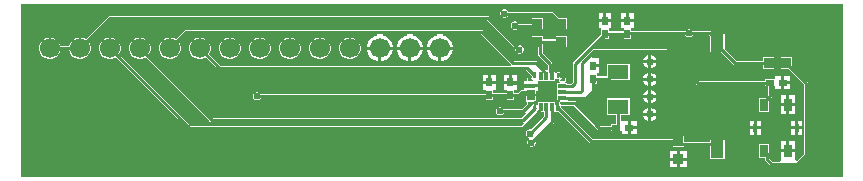
<source format=gtl>
G04*
G04 #@! TF.GenerationSoftware,Altium Limited,Altium Designer,23.9.2 (47)*
G04*
G04 Layer_Physical_Order=1*
G04 Layer_Color=255*
%FSLAX44Y44*%
%MOMM*%
G71*
G04*
G04 #@! TF.SameCoordinates,85ECA5C9-4B9F-4046-87AE-3E16AE89CDA1*
G04*
G04*
G04 #@! TF.FilePolarity,Positive*
G04*
G01*
G75*
%ADD11C,0.2540*%
%ADD12R,1.8000X1.3000*%
%ADD13O,0.2545X0.1494*%
%ADD14O,0.2546X0.1494*%
%ADD15O,0.1494X0.2550*%
%ADD16R,0.7000X0.3000*%
%ADD17O,0.1800X0.3000*%
%ADD18R,0.3000X0.7000*%
%ADD19R,0.3000X0.7000*%
%ADD20R,1.1000X1.5000*%
%ADD21R,0.4000X0.7000*%
%ADD22R,0.7000X1.1000*%
%ADD39R,0.8640X0.8065*%
%ADD40R,0.5400X0.7901*%
%ADD41R,0.7901X0.5400*%
%ADD42R,0.8065X0.8640*%
%ADD43C,1.7000*%
%ADD44C,0.6096*%
G36*
X1357317Y866543D02*
X660943D01*
Y1012917D01*
X1357317D01*
Y866543D01*
D02*
G37*
%LPC*%
G36*
X1179990Y1005081D02*
X1176020D01*
Y999861D01*
X1179990D01*
Y1005081D01*
D02*
G37*
G36*
X1160940D02*
X1156970D01*
Y999861D01*
X1160940D01*
Y1005081D01*
D02*
G37*
G36*
X1173480D02*
X1169510D01*
Y999861D01*
X1173480D01*
Y1005081D01*
D02*
G37*
G36*
X1154430D02*
X1150460D01*
Y999861D01*
X1154430D01*
Y1005081D01*
D02*
G37*
G36*
X1103378Y1000510D02*
X1093722D01*
Y996223D01*
X1082598D01*
X1082515Y996424D01*
X1081514Y997425D01*
X1080207Y997966D01*
X1078793D01*
X1077486Y997425D01*
X1076485Y996424D01*
X1075944Y995117D01*
Y993703D01*
X1076485Y992396D01*
X1077486Y991395D01*
X1078793Y990854D01*
X1080207D01*
X1081514Y991395D01*
X1082515Y992396D01*
X1082598Y992597D01*
X1093722D01*
Y991429D01*
X1103378D01*
Y1000510D01*
D02*
G37*
G36*
X1071317Y1008126D02*
X1069903D01*
X1068596Y1007585D01*
X1067595Y1006584D01*
X1067054Y1005277D01*
Y1003863D01*
X1067595Y1002556D01*
X1068596Y1001555D01*
X1069903Y1001014D01*
X1071317D01*
X1072624Y1001555D01*
X1073625Y1002556D01*
X1073708Y1002757D01*
X1109115D01*
X1113925Y997946D01*
Y991429D01*
X1123581D01*
Y1000510D01*
X1116489D01*
X1111147Y1005852D01*
X1110559Y1006245D01*
X1109865Y1006383D01*
X1073708D01*
X1073625Y1006584D01*
X1072624Y1007585D01*
X1071317Y1008126D01*
D02*
G37*
G36*
X1174750Y998591D02*
D01*
Y997321D01*
X1169510D01*
Y992100D01*
X1171542D01*
Y989502D01*
X1158908D01*
Y992100D01*
X1160940D01*
Y997321D01*
X1155700D01*
X1150460D01*
Y992100D01*
X1152492D01*
Y986717D01*
X1152326Y986684D01*
X1151738Y986291D01*
X1129018Y963571D01*
X1128625Y962983D01*
X1128487Y962289D01*
Y946901D01*
X1126928Y945342D01*
X1123184D01*
Y945537D01*
X1122060D01*
X1121925Y946760D01*
X1122112Y946842D01*
X1122301Y946921D01*
X1122304Y946927D01*
X1122310Y946930D01*
X1122310D01*
X1122384Y947120D01*
X1122462Y947309D01*
Y949772D01*
X1122383Y949964D01*
X1122303Y950160D01*
X1122302Y950160D01*
X1122301Y950161D01*
X1122107Y950241D01*
X1121914Y950322D01*
X1119057Y950332D01*
X1118873Y950257D01*
X1118788Y950226D01*
X1118504Y950370D01*
X1118016Y950856D01*
X1117870Y951143D01*
X1117900Y951227D01*
X1117976Y951411D01*
X1117966Y954276D01*
X1117884Y954471D01*
X1117805Y954662D01*
X1117804Y954663D01*
X1117803Y954664D01*
X1117609Y954743D01*
X1117416Y954824D01*
X1114953D01*
X1114764Y954745D01*
X1114577Y954673D01*
X1114573Y954671D01*
Y954671D01*
X1114570Y954665D01*
X1114564Y954662D01*
X1114486Y954473D01*
X1114403Y954286D01*
X1113185Y954432D01*
Y955538D01*
X1111733D01*
X1111269Y956002D01*
Y961914D01*
X1111131Y962607D01*
X1110738Y963195D01*
X1102903Y971031D01*
Y976362D01*
X1103378D01*
Y979090D01*
X1113925D01*
Y976362D01*
X1123581D01*
Y985443D01*
X1113925D01*
Y982715D01*
X1103378D01*
Y985443D01*
X1093722D01*
Y976362D01*
X1099277D01*
Y970280D01*
X1099415Y969586D01*
X1099808Y968998D01*
X1107644Y961163D01*
Y957558D01*
X1106374Y956436D01*
X1106130Y956460D01*
X1105737Y957048D01*
X1098844Y963942D01*
X1098255Y964335D01*
X1097562Y964473D01*
X1078981D01*
X1052842Y990612D01*
X1052254Y991005D01*
X1051560Y991143D01*
X801370D01*
X800676Y991005D01*
X800088Y990612D01*
X792369Y982893D01*
X790877Y983755D01*
X788586Y984369D01*
X786214D01*
X783923Y983755D01*
X781869Y982569D01*
X780192Y980892D01*
X779006Y978838D01*
X778392Y976547D01*
Y974175D01*
X779006Y971884D01*
X780192Y969830D01*
X781869Y968153D01*
X783923Y966967D01*
X786214Y966353D01*
X788586D01*
X790877Y966967D01*
X792931Y968153D01*
X794608Y969830D01*
X795794Y971884D01*
X796408Y974175D01*
Y976547D01*
X795794Y978838D01*
X794933Y980329D01*
X802121Y987517D01*
X963006D01*
X963173Y986247D01*
X960939Y985648D01*
X958421Y984195D01*
X956366Y982140D01*
X954912Y979622D01*
X954160Y976814D01*
Y976631D01*
X976240D01*
Y976814D01*
X975488Y979622D01*
X974034Y982140D01*
X971979Y984195D01*
X969461Y985648D01*
X967227Y986247D01*
X967394Y987517D01*
X988406D01*
X988573Y986247D01*
X986339Y985648D01*
X983821Y984195D01*
X981766Y982140D01*
X980312Y979622D01*
X979560Y976814D01*
Y976631D01*
X1001640D01*
Y976814D01*
X1000888Y979622D01*
X999434Y982140D01*
X997379Y984195D01*
X994861Y985648D01*
X992627Y986247D01*
X992794Y987517D01*
X1013806D01*
X1013973Y986247D01*
X1011739Y985648D01*
X1009221Y984195D01*
X1007166Y982140D01*
X1005712Y979622D01*
X1004960Y976814D01*
Y976631D01*
X1027040D01*
Y976814D01*
X1026288Y979622D01*
X1024834Y982140D01*
X1022779Y984195D01*
X1020261Y985648D01*
X1018027Y986247D01*
X1018194Y987517D01*
X1050809D01*
X1076394Y961933D01*
X1075867Y960663D01*
X830062D01*
X820333Y970392D01*
X821194Y971884D01*
X821808Y974175D01*
Y976547D01*
X821194Y978838D01*
X820008Y980892D01*
X818331Y982569D01*
X816277Y983755D01*
X813986Y984369D01*
X811614D01*
X809323Y983755D01*
X807269Y982569D01*
X805592Y980892D01*
X804406Y978838D01*
X803792Y976547D01*
Y974175D01*
X804406Y971884D01*
X805592Y969830D01*
X807269Y968153D01*
X809323Y966967D01*
X811614Y966353D01*
X813986D01*
X816277Y966967D01*
X817769Y967828D01*
X828029Y957568D01*
X828617Y957175D01*
X829311Y957037D01*
X1088966D01*
X1094127Y951876D01*
Y951361D01*
X1093984Y951104D01*
X1093689Y950754D01*
X1093251Y950402D01*
X1093091Y950315D01*
X1090462Y950305D01*
X1090270Y950225D01*
X1090075Y950144D01*
X1090074Y950143D01*
X1090073Y950143D01*
X1089995Y949950D01*
X1089914Y949755D01*
Y947569D01*
X1087136D01*
Y944799D01*
X1099216D01*
Y946318D01*
X1099216Y947522D01*
X1100420Y947522D01*
X1103185D01*
X1103185Y947522D01*
X1104171D01*
Y947522D01*
X1104455Y947522D01*
X1108186D01*
X1108186Y947522D01*
X1109169D01*
Y947522D01*
X1109456Y947522D01*
X1113185D01*
Y949856D01*
X1114386Y950024D01*
X1114547Y949635D01*
X1114936Y949474D01*
X1116167D01*
X1116180Y949480D01*
X1116194Y949475D01*
X1116727Y949084D01*
X1117121Y948550D01*
X1117126Y948537D01*
X1117120Y948524D01*
Y947292D01*
X1117281Y946903D01*
X1117670Y946742D01*
X1117514Y945537D01*
X1115168D01*
Y941808D01*
X1115168Y941521D01*
Y940538D01*
X1115168Y940251D01*
Y936522D01*
X1115168D01*
Y935537D01*
X1115168D01*
Y931521D01*
X1117452D01*
X1117680Y930345D01*
X1117291Y930184D01*
X1117130Y929795D01*
Y928685D01*
X1117130Y928684D01*
X1116836Y928186D01*
X1116522Y927812D01*
X1116283Y927624D01*
X1116200Y927580D01*
X1114678D01*
X1114455Y927488D01*
X1113186Y927975D01*
X1113185Y927975D01*
Y929538D01*
X1109456D01*
X1109169Y929539D01*
X1108186D01*
X1107899Y929538D01*
X1104455D01*
X1104171Y929539D01*
X1103185D01*
X1102901Y929538D01*
X1099169D01*
Y927976D01*
X1099169Y927976D01*
X1097899Y927489D01*
X1097678Y927580D01*
X1096173D01*
X1096083Y927625D01*
X1095856Y927791D01*
X1095530Y928151D01*
X1095210Y928675D01*
X1095209Y928679D01*
Y929751D01*
X1095209Y929765D01*
X1095840Y931021D01*
X1097055D01*
Y935037D01*
X1089039D01*
Y931021D01*
X1089235D01*
X1089866Y929765D01*
X1089867Y929751D01*
Y928033D01*
X1085666Y923833D01*
X1069898D01*
X1069815Y924034D01*
X1068814Y925035D01*
X1067507Y925576D01*
X1066093D01*
X1064786Y925035D01*
X1063785Y924034D01*
X1063244Y922727D01*
Y921313D01*
X1063785Y920006D01*
X1064786Y919005D01*
X1066093Y918464D01*
X1067507D01*
X1068814Y919005D01*
X1069815Y920006D01*
X1069898Y920207D01*
X1086417D01*
X1087111Y920345D01*
X1087699Y920738D01*
X1091966Y925005D01*
X1093352Y924595D01*
X1093409Y924326D01*
X1085295Y916213D01*
X823712D01*
X769533Y970392D01*
X770394Y971884D01*
X771008Y974175D01*
Y976547D01*
X770394Y978838D01*
X769208Y980892D01*
X767531Y982569D01*
X765477Y983755D01*
X763186Y984369D01*
X760814D01*
X758523Y983755D01*
X756469Y982569D01*
X754792Y980892D01*
X753606Y978838D01*
X752992Y976547D01*
Y974175D01*
X753606Y971884D01*
X754792Y969830D01*
X756469Y968153D01*
X758523Y966967D01*
X760814Y966353D01*
X763186D01*
X765477Y966967D01*
X766969Y967828D01*
X821679Y913118D01*
X822267Y912725D01*
X822961Y912587D01*
X1086046D01*
X1086475Y912672D01*
X1087139Y911817D01*
X1087224Y911625D01*
X1085461Y909863D01*
X804662D01*
X744133Y970392D01*
X744994Y971884D01*
X745608Y974175D01*
Y976547D01*
X744994Y978838D01*
X743808Y980892D01*
X742131Y982569D01*
X740077Y983755D01*
X737786Y984369D01*
X735414D01*
X733123Y983755D01*
X731069Y982569D01*
X729392Y980892D01*
X728206Y978838D01*
X727592Y976547D01*
Y974175D01*
X728206Y971884D01*
X729392Y969830D01*
X731069Y968153D01*
X733123Y966967D01*
X735414Y966353D01*
X737786D01*
X740077Y966967D01*
X741569Y967828D01*
X802629Y906768D01*
X803217Y906375D01*
X803911Y906237D01*
X1086212D01*
X1086906Y906375D01*
X1087494Y906768D01*
X1102229Y921503D01*
X1102242Y921523D01*
X1103185Y921523D01*
X1104366Y921307D01*
Y917700D01*
X1093109Y906442D01*
X1092907Y906526D01*
X1091493D01*
X1090186Y905985D01*
X1089185Y904984D01*
X1088644Y903677D01*
Y902263D01*
X1089185Y900956D01*
X1090186Y899955D01*
X1091081Y899584D01*
X1091258Y899009D01*
X1091325Y898313D01*
X1091311Y898219D01*
X1090455Y897364D01*
X1089914Y896057D01*
Y894643D01*
X1090455Y893336D01*
X1091456Y892335D01*
X1092763Y891794D01*
X1094177D01*
X1095484Y892335D01*
X1096485Y893336D01*
X1097026Y894643D01*
Y896057D01*
X1096943Y896259D01*
X1112459Y911776D01*
X1112852Y912364D01*
X1112990Y913057D01*
Y921328D01*
X1113185Y921523D01*
X1114455Y921572D01*
X1114678Y921480D01*
X1116802D01*
X1143030Y895252D01*
X1143618Y894859D01*
X1144312Y894721D01*
X1213102D01*
Y891993D01*
X1222758D01*
Y892267D01*
X1244942D01*
Y881712D01*
X1256958D01*
Y897728D01*
X1244942D01*
Y895893D01*
X1222758D01*
Y901074D01*
X1213102D01*
Y898346D01*
X1145063D01*
X1118228Y925182D01*
Y925776D01*
X1118273Y925875D01*
X1118280Y925886D01*
X1118676Y926323D01*
X1119081Y926656D01*
X1119260Y926756D01*
X1119313Y926756D01*
X1119425Y926734D01*
X1129373D01*
X1149338Y906768D01*
X1149926Y906375D01*
X1150620Y906237D01*
X1161031D01*
Y904842D01*
X1169900D01*
Y902810D01*
X1175121D01*
Y908050D01*
Y913290D01*
X1169900D01*
X1168943Y914044D01*
Y918822D01*
X1176638D01*
Y932838D01*
X1157622D01*
Y918822D01*
X1165317D01*
Y911258D01*
X1161031D01*
Y909863D01*
X1151371D01*
X1131405Y929828D01*
X1130817Y930221D01*
X1130124Y930359D01*
X1124983D01*
X1124372Y931629D01*
X1124442Y931716D01*
X1139269D01*
X1139963Y931854D01*
X1140551Y932247D01*
X1146822Y938518D01*
X1147215Y939106D01*
X1147353Y939800D01*
Y945131D01*
X1148748D01*
Y947776D01*
X1159230D01*
X1159924Y947914D01*
X1160024Y947981D01*
X1176638D01*
Y961997D01*
X1157622D01*
Y951402D01*
X1148748D01*
Y954000D01*
X1150780D01*
Y959221D01*
X1145540D01*
Y961761D01*
X1150780D01*
Y966981D01*
X1145194D01*
X1144708Y968155D01*
X1147561Y971007D01*
X1207019D01*
X1233158Y944868D01*
X1233746Y944475D01*
X1234440Y944337D01*
X1290941D01*
Y942942D01*
X1293587D01*
Y935221D01*
X1291924Y933558D01*
X1286472D01*
Y921542D01*
X1294487D01*
Y930994D01*
X1296682Y933188D01*
X1297075Y933776D01*
X1297213Y934470D01*
Y942942D01*
X1299811D01*
Y940910D01*
X1305032D01*
Y946150D01*
Y951390D01*
X1299811D01*
Y949358D01*
X1290941D01*
Y947963D01*
X1235191D01*
X1209052Y974102D01*
X1208464Y974495D01*
X1207770Y974633D01*
X1147003D01*
X1146665Y975093D01*
X1146426Y975851D01*
X1153770Y983196D01*
X1154270D01*
X1154445Y983231D01*
X1158908D01*
Y985876D01*
X1171542D01*
Y983231D01*
X1177958D01*
Y986247D01*
X1223722D01*
X1223805Y986046D01*
X1224806Y985045D01*
X1226113Y984504D01*
X1227527D01*
X1228834Y985045D01*
X1229835Y986046D01*
X1229918Y986247D01*
X1243859D01*
X1244942Y985164D01*
Y971712D01*
X1254394D01*
X1264728Y961378D01*
X1265316Y960985D01*
X1266010Y960847D01*
X1289676D01*
Y957832D01*
X1298757D01*
Y967488D01*
X1289676D01*
Y964473D01*
X1266761D01*
X1256958Y974276D01*
Y987728D01*
X1247506D01*
X1245892Y989342D01*
X1245304Y989735D01*
X1244610Y989873D01*
X1229918D01*
X1229835Y990074D01*
X1228834Y991075D01*
X1227527Y991616D01*
X1226113D01*
X1224806Y991075D01*
X1223805Y990074D01*
X1223722Y989873D01*
X1177958D01*
Y992100D01*
X1179990D01*
Y997321D01*
X1174750D01*
Y998591D01*
D02*
G37*
G36*
X1056640Y1002573D02*
X736599D01*
X735906Y1002435D01*
X735317Y1002042D01*
X716169Y982893D01*
X714677Y983755D01*
X712386Y984369D01*
X710014D01*
X707723Y983755D01*
X705669Y982569D01*
X703992Y980892D01*
X702806Y978838D01*
X702360Y977174D01*
X694640D01*
X694194Y978838D01*
X693008Y980892D01*
X691331Y982569D01*
X689277Y983755D01*
X686986Y984369D01*
X684614D01*
X682323Y983755D01*
X680269Y982569D01*
X678592Y980892D01*
X677406Y978838D01*
X676792Y976547D01*
Y974175D01*
X677406Y971884D01*
X678592Y969830D01*
X680269Y968153D01*
X682323Y966967D01*
X684614Y966353D01*
X686986D01*
X689277Y966967D01*
X691331Y968153D01*
X693008Y969830D01*
X694194Y971884D01*
X694640Y973548D01*
X702360D01*
X702806Y971884D01*
X703992Y969830D01*
X705669Y968153D01*
X707723Y966967D01*
X710014Y966353D01*
X712386D01*
X714677Y966967D01*
X716731Y968153D01*
X718408Y969830D01*
X719594Y971884D01*
X720208Y974175D01*
Y976547D01*
X719594Y978838D01*
X718733Y980330D01*
X737350Y998947D01*
X1055889D01*
X1079837Y974999D01*
X1079754Y974797D01*
Y973383D01*
X1080295Y972076D01*
X1081296Y971075D01*
X1082603Y970534D01*
X1084017D01*
X1085324Y971075D01*
X1086325Y972076D01*
X1086866Y973383D01*
Y974797D01*
X1086325Y976104D01*
X1085324Y977105D01*
X1084017Y977646D01*
X1082603D01*
X1082401Y977562D01*
X1057922Y1002042D01*
X1057334Y1002435D01*
X1056640Y1002573D01*
D02*
G37*
G36*
X940986Y984369D02*
X938614D01*
X936323Y983755D01*
X934269Y982569D01*
X932592Y980892D01*
X931406Y978838D01*
X930792Y976547D01*
Y974175D01*
X931406Y971884D01*
X932592Y969830D01*
X934269Y968153D01*
X936323Y966967D01*
X938614Y966353D01*
X940986D01*
X943277Y966967D01*
X945331Y968153D01*
X947008Y969830D01*
X948194Y971884D01*
X948808Y974175D01*
Y976547D01*
X948194Y978838D01*
X947008Y980892D01*
X945331Y982569D01*
X943277Y983755D01*
X940986Y984369D01*
D02*
G37*
G36*
X915586D02*
X913214D01*
X910923Y983755D01*
X908869Y982569D01*
X907192Y980892D01*
X906006Y978838D01*
X905392Y976547D01*
Y974175D01*
X906006Y971884D01*
X907192Y969830D01*
X908869Y968153D01*
X910923Y966967D01*
X913214Y966353D01*
X915586D01*
X917877Y966967D01*
X919931Y968153D01*
X921608Y969830D01*
X922794Y971884D01*
X923408Y974175D01*
Y976547D01*
X922794Y978838D01*
X921608Y980892D01*
X919931Y982569D01*
X917877Y983755D01*
X915586Y984369D01*
D02*
G37*
G36*
X890186D02*
X887814D01*
X885523Y983755D01*
X883469Y982569D01*
X881792Y980892D01*
X880606Y978838D01*
X879992Y976547D01*
Y974175D01*
X880606Y971884D01*
X881792Y969830D01*
X883469Y968153D01*
X885523Y966967D01*
X887814Y966353D01*
X890186D01*
X892477Y966967D01*
X894531Y968153D01*
X896208Y969830D01*
X897394Y971884D01*
X898008Y974175D01*
Y976547D01*
X897394Y978838D01*
X896208Y980892D01*
X894531Y982569D01*
X892477Y983755D01*
X890186Y984369D01*
D02*
G37*
G36*
X864786D02*
X862414D01*
X860123Y983755D01*
X858069Y982569D01*
X856392Y980892D01*
X855206Y978838D01*
X854592Y976547D01*
Y974175D01*
X855206Y971884D01*
X856392Y969830D01*
X858069Y968153D01*
X860123Y966967D01*
X862414Y966353D01*
X864786D01*
X867077Y966967D01*
X869131Y968153D01*
X870808Y969830D01*
X871994Y971884D01*
X872608Y974175D01*
Y976547D01*
X871994Y978838D01*
X870808Y980892D01*
X869131Y982569D01*
X867077Y983755D01*
X864786Y984369D01*
D02*
G37*
G36*
X839386D02*
X837014D01*
X834723Y983755D01*
X832669Y982569D01*
X830992Y980892D01*
X829806Y978838D01*
X829192Y976547D01*
Y974175D01*
X829806Y971884D01*
X830992Y969830D01*
X832669Y968153D01*
X834723Y966967D01*
X837014Y966353D01*
X839386D01*
X841677Y966967D01*
X843731Y968153D01*
X845408Y969830D01*
X846594Y971884D01*
X847208Y974175D01*
Y976547D01*
X846594Y978838D01*
X845408Y980892D01*
X843731Y982569D01*
X841677Y983755D01*
X839386Y984369D01*
D02*
G37*
G36*
X1195070Y969452D02*
Y965200D01*
X1199322D01*
X1198537Y967095D01*
X1196965Y968667D01*
X1195070Y969452D01*
D02*
G37*
G36*
X1192530D02*
X1190635Y968667D01*
X1189063Y967095D01*
X1188278Y965200D01*
X1192530D01*
Y969452D01*
D02*
G37*
G36*
X1027040Y974091D02*
X1017270D01*
Y964321D01*
X1017453D01*
X1020261Y965073D01*
X1022779Y966527D01*
X1024834Y968582D01*
X1026288Y971099D01*
X1027040Y973907D01*
Y974091D01*
D02*
G37*
G36*
X1014730D02*
X1004960D01*
Y973907D01*
X1005712Y971099D01*
X1007166Y968582D01*
X1009221Y966527D01*
X1011739Y965073D01*
X1014547Y964321D01*
X1014730D01*
Y974091D01*
D02*
G37*
G36*
X1001640D02*
X991870D01*
Y964321D01*
X992053D01*
X994861Y965073D01*
X997379Y966527D01*
X999434Y968582D01*
X1000888Y971099D01*
X1001640Y973907D01*
Y974091D01*
D02*
G37*
G36*
X989330D02*
X979560D01*
Y973907D01*
X980312Y971099D01*
X981766Y968582D01*
X983821Y966527D01*
X986339Y965073D01*
X989147Y964321D01*
X989330D01*
Y974091D01*
D02*
G37*
G36*
X976240D02*
X966470D01*
Y964321D01*
X966653D01*
X969461Y965073D01*
X971979Y966527D01*
X974034Y968582D01*
X975488Y971099D01*
X976240Y973907D01*
Y974091D01*
D02*
G37*
G36*
X963930D02*
X954160D01*
Y973907D01*
X954912Y971099D01*
X956366Y968582D01*
X958421Y966527D01*
X960939Y965073D01*
X963747Y964321D01*
X963930D01*
Y974091D01*
D02*
G37*
G36*
X1199322Y962660D02*
X1195070D01*
Y958408D01*
X1196965Y959193D01*
X1198537Y960765D01*
X1199322Y962660D01*
D02*
G37*
G36*
X1192530D02*
X1188278D01*
X1189063Y960765D01*
X1190635Y959193D01*
X1192530Y958408D01*
Y962660D01*
D02*
G37*
G36*
X1195070Y954636D02*
Y950383D01*
X1199322D01*
X1198537Y952279D01*
X1196965Y953851D01*
X1195070Y954636D01*
D02*
G37*
G36*
X1192530D02*
X1190635Y953851D01*
X1189063Y952279D01*
X1188278Y950383D01*
X1192530D01*
Y954636D01*
D02*
G37*
G36*
X1080930Y953011D02*
X1076960D01*
Y947791D01*
X1080930D01*
Y953011D01*
D02*
G37*
G36*
X1063150D02*
X1059180D01*
Y947791D01*
X1063150D01*
Y953011D01*
D02*
G37*
G36*
X1074420D02*
X1070450D01*
Y947791D01*
X1074420D01*
Y953011D01*
D02*
G37*
G36*
X1056640D02*
X1052670D01*
Y947791D01*
X1056640D01*
Y953011D01*
D02*
G37*
G36*
X1312792Y951390D02*
X1307572D01*
Y947420D01*
X1312792D01*
Y951390D01*
D02*
G37*
G36*
X1199322Y947843D02*
X1195070D01*
Y943591D01*
X1196965Y944376D01*
X1198537Y945948D01*
X1199322Y947843D01*
D02*
G37*
G36*
X1192530D02*
X1188278D01*
X1189063Y945948D01*
X1190635Y944376D01*
X1192530Y943591D01*
Y947843D01*
D02*
G37*
G36*
X1312792Y944880D02*
X1307572D01*
Y940910D01*
X1312792D01*
Y944880D01*
D02*
G37*
G36*
X1080930Y945251D02*
X1075690D01*
X1070450D01*
Y940030D01*
X1072482D01*
Y937432D01*
X1061118D01*
Y940030D01*
X1063150D01*
Y945251D01*
X1057910D01*
X1052670D01*
Y940030D01*
X1054702D01*
Y936533D01*
X864158D01*
X864075Y936734D01*
X863074Y937735D01*
X861767Y938276D01*
X860353D01*
X859046Y937735D01*
X858045Y936734D01*
X857504Y935427D01*
Y934013D01*
X858045Y932706D01*
X859046Y931705D01*
X860353Y931164D01*
X861767D01*
X863074Y931705D01*
X864075Y932706D01*
X864158Y932907D01*
X1054702D01*
Y931161D01*
X1061118D01*
Y933806D01*
X1072482D01*
Y931161D01*
X1078898D01*
Y933806D01*
X1082693D01*
X1083386Y933944D01*
X1083975Y934337D01*
X1086355Y936717D01*
X1089168D01*
Y936522D01*
X1097184D01*
Y939489D01*
X1099216D01*
Y942259D01*
X1087136D01*
Y940343D01*
X1085604D01*
X1084910Y940205D01*
X1084322Y939812D01*
X1081942Y937432D01*
X1078898D01*
Y940030D01*
X1080930D01*
Y945251D01*
D02*
G37*
G36*
X1195070Y939819D02*
Y935567D01*
X1199322D01*
X1198537Y937462D01*
X1196965Y939034D01*
X1195070Y939819D01*
D02*
G37*
G36*
X1192530D02*
X1190635Y939034D01*
X1189063Y937462D01*
X1188278Y935567D01*
X1192530D01*
Y939819D01*
D02*
G37*
G36*
X1316519Y935590D02*
X1311750D01*
Y928820D01*
X1316519D01*
Y935590D01*
D02*
G37*
G36*
X1309209D02*
X1304440D01*
Y928820D01*
X1309209D01*
Y935590D01*
D02*
G37*
G36*
X1199322Y933027D02*
X1195070D01*
Y928774D01*
X1196965Y929559D01*
X1198537Y931131D01*
X1199322Y933027D01*
D02*
G37*
G36*
X1192530D02*
X1188278D01*
X1189063Y931131D01*
X1190635Y929559D01*
X1192530Y928774D01*
Y933027D01*
D02*
G37*
G36*
X1195070Y925002D02*
Y920750D01*
X1199322D01*
X1198537Y922645D01*
X1196965Y924217D01*
X1195070Y925002D01*
D02*
G37*
G36*
X1192530D02*
X1190635Y924217D01*
X1189063Y922645D01*
X1188278Y920750D01*
X1192530D01*
Y925002D01*
D02*
G37*
G36*
X1316519Y926280D02*
X1311750D01*
Y919510D01*
X1316519D01*
Y926280D01*
D02*
G37*
G36*
X1309209D02*
X1304440D01*
Y919510D01*
X1309209D01*
Y926280D01*
D02*
G37*
G36*
X1199322Y918210D02*
X1195070D01*
Y913958D01*
X1196965Y914743D01*
X1198537Y916315D01*
X1199322Y918210D01*
D02*
G37*
G36*
X1192530D02*
X1188278D01*
X1189063Y916315D01*
X1190635Y914743D01*
X1192530Y913958D01*
Y918210D01*
D02*
G37*
G36*
X1177661Y913290D02*
Y909320D01*
X1182881D01*
Y913290D01*
X1177661D01*
D02*
G37*
G36*
X1322570Y914090D02*
X1319300D01*
Y909320D01*
X1322570D01*
Y914090D01*
D02*
G37*
G36*
X1316760D02*
X1313490D01*
Y909320D01*
X1316760D01*
Y914090D01*
D02*
G37*
G36*
X1287469D02*
X1284199D01*
Y909320D01*
X1287469D01*
Y914090D01*
D02*
G37*
G36*
X1281659D02*
X1278389D01*
Y909320D01*
X1281659D01*
Y914090D01*
D02*
G37*
G36*
X1182881Y906780D02*
X1177661D01*
Y902810D01*
X1182881D01*
Y906780D01*
D02*
G37*
G36*
X1322570D02*
X1319300D01*
Y902010D01*
X1322570D01*
Y906780D01*
D02*
G37*
G36*
X1316760D02*
X1313490D01*
Y902010D01*
X1316760D01*
Y906780D01*
D02*
G37*
G36*
X1287469Y906780D02*
X1284199D01*
Y902010D01*
X1287469D01*
Y906780D01*
D02*
G37*
G36*
X1281659D02*
X1278389D01*
Y902010D01*
X1281659D01*
Y906780D01*
D02*
G37*
G36*
X1316519Y896590D02*
X1311750D01*
Y889820D01*
X1316519D01*
Y896590D01*
D02*
G37*
G36*
X1309209D02*
X1304440D01*
Y889820D01*
X1309209D01*
Y896590D01*
D02*
G37*
G36*
X1224790Y888039D02*
X1219200D01*
Y882736D01*
X1224790D01*
Y888039D01*
D02*
G37*
G36*
X1216660D02*
X1211070D01*
Y882736D01*
X1216660D01*
Y888039D01*
D02*
G37*
G36*
X1313824Y967488D02*
X1304743D01*
Y957832D01*
X1311260D01*
X1324067Y945025D01*
Y885941D01*
X1318032Y879905D01*
X1316599Y880251D01*
X1316519Y880510D01*
X1316519Y880653D01*
Y887280D01*
X1310479D01*
X1304440D01*
Y880653D01*
X1304440Y880510D01*
X1304096Y879383D01*
X1297421D01*
X1294522Y882281D01*
Y886320D01*
X1294487Y886496D01*
Y894558D01*
X1286472D01*
Y882542D01*
X1290897D01*
Y881531D01*
X1291035Y880837D01*
X1291428Y880249D01*
X1295388Y876288D01*
X1295976Y875895D01*
X1296670Y875757D01*
X1318260D01*
X1318954Y875895D01*
X1319542Y876288D01*
X1327162Y883908D01*
X1327555Y884496D01*
X1327693Y885190D01*
Y945776D01*
X1327555Y946470D01*
X1327162Y947058D01*
X1313824Y960396D01*
Y967488D01*
D02*
G37*
G36*
X1224790Y880196D02*
X1219200D01*
Y874894D01*
X1224790D01*
Y880196D01*
D02*
G37*
G36*
X1216660D02*
X1211070D01*
Y874894D01*
X1216660D01*
Y880196D01*
D02*
G37*
%LPD*%
G36*
X1097677Y950030D02*
X1095877D01*
X1094677Y951130D01*
Y955031D01*
X1097677D01*
Y950030D01*
D02*
G37*
G36*
X1117426Y951409D02*
X1116167Y950024D01*
X1114936D01*
Y953491D01*
X1114953Y954274D01*
X1117416D01*
X1117426Y951409D01*
D02*
G37*
G36*
X1121912Y949772D02*
Y947309D01*
X1121137Y947292D01*
X1117670D01*
Y948524D01*
X1119055Y949782D01*
X1121912Y949772D01*
D02*
G37*
G36*
X1094706Y948507D02*
Y947275D01*
X1091239D01*
X1090464Y947293D01*
Y949755D01*
X1093321Y949766D01*
X1094706Y948507D01*
D02*
G37*
G36*
X1121922Y929778D02*
Y927315D01*
X1119065Y927305D01*
X1117680Y928564D01*
Y929795D01*
X1121147D01*
X1121922Y929778D01*
D02*
G37*
G36*
X1094659Y928533D02*
X1093274Y927274D01*
X1090416Y927285D01*
Y929765D01*
X1094659D01*
Y928533D01*
D02*
G37*
G36*
X1097678Y922030D02*
X1094678D01*
Y925931D01*
X1095878Y927031D01*
X1097678D01*
Y922030D01*
D02*
G37*
G36*
X1117678Y925930D02*
Y922030D01*
X1114678D01*
Y927030D01*
X1116478D01*
X1117678Y925930D01*
D02*
G37*
D11*
X1244610Y988060D02*
X1250950Y981720D01*
X1175121Y988060D02*
X1226820D01*
X1244610D01*
X1250950Y977720D02*
Y981720D01*
Y977720D02*
X1266010Y962660D01*
X1154270Y985009D02*
X1155700Y986439D01*
X1130300Y962289D02*
X1153019Y985009D01*
X1155700Y986439D02*
Y987689D01*
X1130300Y946150D02*
Y962289D01*
X1153019Y985009D02*
X1154270D01*
X1136650Y962660D02*
X1146810Y972820D01*
X1207770D01*
X1136650Y940018D02*
Y962660D01*
X1155700Y987689D02*
X1174750D01*
X1079500Y994410D02*
X1096990D01*
X1098550Y995970D01*
X1056640Y1000760D02*
X1083310Y974090D01*
X711200Y975361D02*
X736599Y1000760D01*
X1056640D01*
X711200Y975360D02*
Y975361D01*
X1174750Y987689D02*
X1175121Y988060D01*
X861060Y934720D02*
X1057011D01*
X1057910Y935619D01*
X685800Y975360D02*
X685801Y975361D01*
X711199D01*
X1070610Y1004570D02*
X1109865D01*
X1118466Y995970D02*
X1118753D01*
X1109865Y1004570D02*
X1118466Y995970D01*
X1082838Y946150D02*
X1085459Y943529D01*
X1076061Y946150D02*
X1082838D01*
X1075690Y946521D02*
X1076061Y946150D01*
X1085459Y943529D02*
X1093176D01*
X1085604Y938530D02*
X1093176D01*
X1075690Y935619D02*
X1082693D01*
X1085604Y938530D01*
X1057910Y935619D02*
X1075690D01*
X812801Y975360D02*
X829311Y958850D01*
X1089717D02*
X1095806Y952761D01*
X829311Y958850D02*
X1089717D01*
X1066800Y922020D02*
X1086417D01*
X1318260Y877570D02*
X1325880Y885190D01*
X1309284Y962372D02*
X1325880Y945776D01*
Y885190D02*
Y945776D01*
X1296670Y877570D02*
X1318260D01*
X1292710Y881531D02*
X1296670Y877570D01*
X1290479Y888550D02*
X1292710Y886320D01*
Y881531D02*
Y886320D01*
X1309284Y962372D02*
Y962660D01*
X1250950Y889720D02*
Y889850D01*
X1217930Y896534D02*
X1220384Y894080D01*
X1246720D01*
X1250950Y889850D01*
X1116316Y924530D02*
X1144312Y896534D01*
X1116176Y924530D02*
X1116316D01*
X1144312Y896534D02*
X1217930D01*
X1266010Y962660D02*
X1294216D01*
X1092915Y927997D02*
X1092917Y928000D01*
X1092394Y927997D02*
X1092915D01*
X1092917Y928000D02*
Y928520D01*
X1086417Y922020D02*
X1092394Y927997D01*
X762001Y975360D02*
X822961Y914400D01*
X1086046D02*
X1096176Y924530D01*
X822961Y914400D02*
X1086046D01*
X762000Y975360D02*
X762001D01*
X736601D02*
X803911Y908050D01*
X736600Y975360D02*
X736601D01*
X803911Y908050D02*
X1086212D01*
X1100947Y922785D01*
X1092200Y902970D02*
X1106179Y916949D01*
Y925530D01*
X1093470Y895350D02*
X1111177Y913057D01*
Y925530D01*
X1290479Y927550D02*
Y929550D01*
X1295400Y934470D02*
Y946150D01*
X1290479Y929550D02*
X1295400Y934470D01*
X1119176Y938530D02*
X1135162D01*
X1136650Y940018D01*
X1139269Y933529D02*
X1145540Y939800D01*
X1207770Y972820D02*
X1234440Y946150D01*
X1295400D01*
X1119176Y943529D02*
X1127679D01*
X1119176Y933529D02*
X1139269D01*
X1145540Y939800D02*
Y949589D01*
X1127679Y943529D02*
X1130300Y946150D01*
X1150620Y908050D02*
X1165489D01*
X1119425Y928547D02*
X1130124D01*
X1150620Y908050D01*
X1119422Y928549D02*
Y928551D01*
Y928549D02*
X1119425Y928547D01*
X1165700Y908050D02*
X1167130Y909480D01*
X1165489Y908050D02*
X1165700D01*
X1167130Y909480D02*
Y925830D01*
X1164630Y954989D02*
X1167130D01*
X1145540Y949589D02*
X1159230D01*
X1164630Y954989D01*
X1098550Y980902D02*
X1118753D01*
X1098550D02*
X1101090Y978363D01*
Y970280D02*
Y978363D01*
Y970280D02*
X1109456Y961914D01*
Y955251D02*
Y961914D01*
X1111177Y951530D02*
Y953530D01*
X1109456Y955251D02*
X1111177Y953530D01*
X801370Y989330D02*
X1051560D01*
X1100947Y925301D02*
X1101177Y925530D01*
X1100947Y922785D02*
Y925301D01*
X1106179Y951530D02*
Y953530D01*
X1104455Y955254D02*
X1106179Y953530D01*
X1104455Y955254D02*
Y955766D01*
X1078230Y962660D02*
X1097562D01*
X1104455Y955766D01*
X1051560Y989330D02*
X1078230Y962660D01*
X787400Y975360D02*
X801370Y989330D01*
X812800Y975360D02*
X812801D01*
D12*
X1167130Y954989D02*
D03*
Y925830D02*
D03*
D13*
X1119422Y928551D02*
D03*
X1092963Y948520D02*
D03*
X1119412Y948535D02*
D03*
D14*
X1092917Y928520D02*
D03*
D15*
X1116181Y951774D02*
D03*
D16*
X1119176Y938530D02*
D03*
Y933529D02*
D03*
X1093047Y933029D02*
D03*
X1093176Y938530D02*
D03*
Y943529D02*
D03*
X1119176D02*
D03*
D17*
X1096176Y952531D02*
D03*
Y924530D02*
D03*
X1116176D02*
D03*
D18*
X1111177Y925530D02*
D03*
D19*
X1106179D02*
D03*
X1101177D02*
D03*
Y951530D02*
D03*
X1106179D02*
D03*
X1111177D02*
D03*
D20*
X1250950Y889720D02*
D03*
Y979720D02*
D03*
D21*
X1282929Y908050D02*
D03*
X1318030D02*
D03*
D22*
X1310479Y927550D02*
D03*
Y888550D02*
D03*
X1290479Y927550D02*
D03*
Y888550D02*
D03*
D39*
X1217930Y881466D02*
D03*
Y896534D02*
D03*
X1118753Y980902D02*
D03*
Y995970D02*
D03*
X1098550Y980902D02*
D03*
Y995970D02*
D03*
D40*
X1174750Y987689D02*
D03*
Y998591D02*
D03*
X1155700Y987689D02*
D03*
Y998591D02*
D03*
X1145540Y949589D02*
D03*
Y960491D02*
D03*
X1057910Y946521D02*
D03*
Y935619D02*
D03*
X1075690Y946521D02*
D03*
Y935619D02*
D03*
D41*
X1176391Y908050D02*
D03*
X1165489D02*
D03*
X1295400Y946150D02*
D03*
X1306302D02*
D03*
D42*
X1309284Y962660D02*
D03*
X1294216D02*
D03*
D43*
X685800Y975361D02*
D03*
X711200D02*
D03*
X736600D02*
D03*
X762000D02*
D03*
X787400D02*
D03*
X812800D02*
D03*
X838200D02*
D03*
X863600D02*
D03*
X1016000D02*
D03*
X990600D02*
D03*
X965200D02*
D03*
X939800D02*
D03*
X914400D02*
D03*
X889000D02*
D03*
D44*
X1226820Y988060D02*
D03*
X1079500Y994410D02*
D03*
X1083310Y974090D02*
D03*
X861060Y934720D02*
D03*
X1193800Y934297D02*
D03*
Y919480D02*
D03*
Y949113D02*
D03*
Y963930D02*
D03*
X1070610Y1004570D02*
D03*
X1066800Y922020D02*
D03*
X1092200Y902970D02*
D03*
X1093470Y895350D02*
D03*
M02*

</source>
